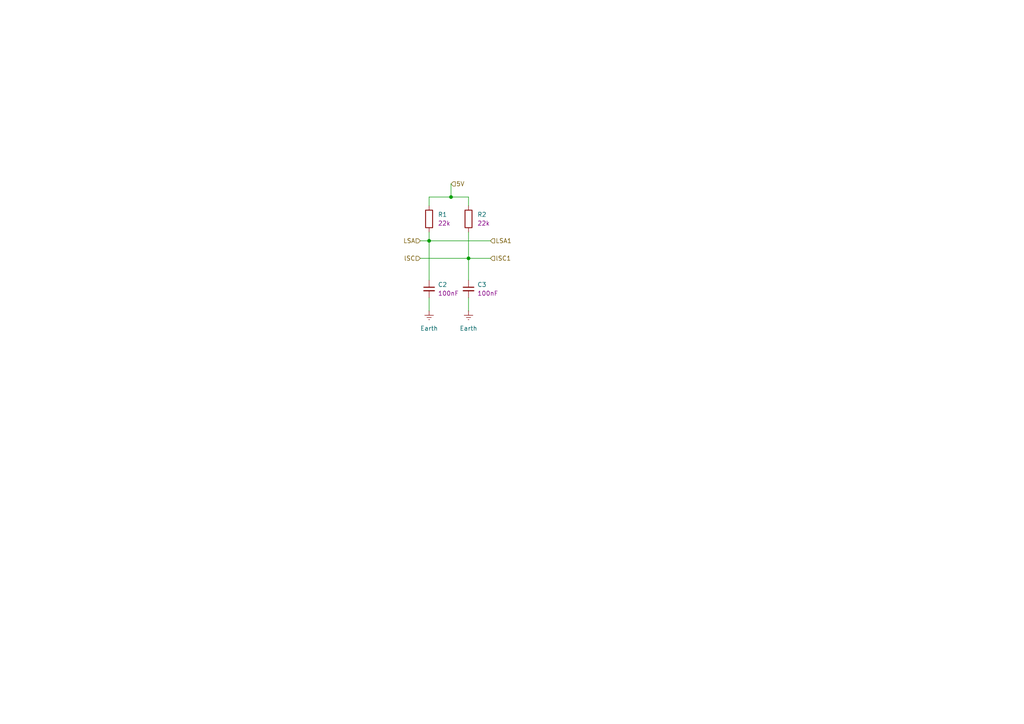
<source format=kicad_sch>
(kicad_sch
	(version 20250114)
	(generator "eeschema")
	(generator_version "9.0")
	(uuid "eb214585-a900-4ea1-a743-c6968d8c97db")
	(paper "A4")
	(lib_symbols
		(symbol "PCM_4ms_Capacitor:100nF_0603_16V"
			(pin_numbers
				(hide yes)
			)
			(pin_names
				(offset 0.254)
				(hide yes)
			)
			(exclude_from_sim no)
			(in_bom yes)
			(on_board yes)
			(property "Reference" "C"
				(at 1.905 1.27 0)
				(effects
					(font
						(size 1.27 1.27)
					)
					(justify left)
				)
			)
			(property "Value" "100nF_0603_16V"
				(at 0 3.81 0)
				(effects
					(font
						(size 1.27 1.27)
					)
					(hide yes)
				)
			)
			(property "Footprint" "4ms_Capacitor:C_0603"
				(at -2.54 -5.08 0)
				(effects
					(font
						(size 1.27 1.27)
					)
					(justify left)
					(hide yes)
				)
			)
			(property "Datasheet" ""
				(at 0 0 0)
				(effects
					(font
						(size 1.27 1.27)
					)
					(hide yes)
				)
			)
			(property "Description" "0.1uF, Min. 16V 10%, X7R or X5R or similar"
				(at 0 0 0)
				(effects
					(font
						(size 1.27 1.27)
					)
					(hide yes)
				)
			)
			(property "Specifications" "0.1uF, Min. 16V 10%, X7R or X5R or similar"
				(at -2.54 -7.874 0)
				(effects
					(font
						(size 1.27 1.27)
					)
					(justify left)
					(hide yes)
				)
			)
			(property "Manufacturer" "AVX Corporation"
				(at -2.54 -9.398 0)
				(effects
					(font
						(size 1.27 1.27)
					)
					(justify left)
					(hide yes)
				)
			)
			(property "Part Number" "0603YC104KAT2A"
				(at -2.54 -10.922 0)
				(effects
					(font
						(size 1.27 1.27)
					)
					(justify left)
					(hide yes)
				)
			)
			(property "Display" "0.1uF"
				(at 1.905 -1.27 0)
				(effects
					(font
						(size 1.27 1.27)
					)
					(justify left)
				)
			)
			(property "JLCPCB ID" "C14663"
				(at 1.27 -12.7 0)
				(effects
					(font
						(size 1.27 1.27)
					)
					(hide yes)
				)
			)
			(property "ki_keywords" "100nF_0603_16V"
				(at 0 0 0)
				(effects
					(font
						(size 1.27 1.27)
					)
					(hide yes)
				)
			)
			(property "ki_fp_filters" "C_*"
				(at 0 0 0)
				(effects
					(font
						(size 1.27 1.27)
					)
					(hide yes)
				)
			)
			(symbol "100nF_0603_16V_0_1"
				(polyline
					(pts
						(xy -1.524 0.508) (xy 1.524 0.508)
					)
					(stroke
						(width 0.3048)
						(type default)
					)
					(fill
						(type none)
					)
				)
				(polyline
					(pts
						(xy -1.524 -0.508) (xy 1.524 -0.508)
					)
					(stroke
						(width 0.3302)
						(type default)
					)
					(fill
						(type none)
					)
				)
			)
			(symbol "100nF_0603_16V_1_1"
				(pin passive line
					(at 0 2.54 270)
					(length 2.032)
					(name "~"
						(effects
							(font
								(size 1.27 1.27)
							)
						)
					)
					(number "1"
						(effects
							(font
								(size 1.27 1.27)
							)
						)
					)
				)
				(pin passive line
					(at 0 -2.54 90)
					(length 2.032)
					(name "~"
						(effects
							(font
								(size 1.27 1.27)
							)
						)
					)
					(number "2"
						(effects
							(font
								(size 1.27 1.27)
							)
						)
					)
				)
			)
			(embedded_fonts no)
		)
		(symbol "PCM_4ms_Resistor:22k_0603"
			(pin_numbers
				(hide yes)
			)
			(pin_names
				(offset 0)
			)
			(exclude_from_sim no)
			(in_bom yes)
			(on_board yes)
			(property "Reference" "R"
				(at 2.032 0 90)
				(effects
					(font
						(size 1.27 1.27)
					)
				)
			)
			(property "Value" "22k_0603"
				(at -2.54 0 90)
				(effects
					(font
						(size 1.27 1.27)
					)
					(hide yes)
				)
			)
			(property "Footprint" "4ms_Resistor:R_0603"
				(at -2.54 -12.7 0)
				(effects
					(font
						(size 1.27 1.27)
					)
					(justify left)
					(hide yes)
				)
			)
			(property "Datasheet" ""
				(at 0 0 0)
				(effects
					(font
						(size 1.27 1.27)
					)
					(hide yes)
				)
			)
			(property "Description" "22K, 1%, 1/10W, 0603"
				(at 0 0 0)
				(effects
					(font
						(size 1.27 1.27)
					)
					(hide yes)
				)
			)
			(property "Specifications" "22K, 1%, 1/10W, 0603"
				(at -2.54 -7.874 0)
				(effects
					(font
						(size 1.27 1.27)
					)
					(justify left)
					(hide yes)
				)
			)
			(property "Manufacturer" "Yageo"
				(at -2.54 -9.398 0)
				(effects
					(font
						(size 1.27 1.27)
					)
					(justify left)
					(hide yes)
				)
			)
			(property "Part Number" "RC0603FR-0722KL"
				(at -2.54 -10.922 0)
				(effects
					(font
						(size 1.27 1.27)
					)
					(justify left)
					(hide yes)
				)
			)
			(property "Display" "22k"
				(at 3.81 0 90)
				(effects
					(font
						(size 1.27 1.27)
					)
				)
			)
			(property "JLCPCB ID" "C31850"
				(at 3.81 0 90)
				(effects
					(font
						(size 1.27 1.27)
					)
					(hide yes)
				)
			)
			(property "ki_keywords" "22k_0603"
				(at 0 0 0)
				(effects
					(font
						(size 1.27 1.27)
					)
					(hide yes)
				)
			)
			(property "ki_fp_filters" "R_* R_*"
				(at 0 0 0)
				(effects
					(font
						(size 1.27 1.27)
					)
					(hide yes)
				)
			)
			(symbol "22k_0603_0_1"
				(rectangle
					(start -1.016 -2.54)
					(end 1.016 2.54)
					(stroke
						(width 0.254)
						(type default)
					)
					(fill
						(type none)
					)
				)
			)
			(symbol "22k_0603_1_1"
				(pin passive line
					(at 0 3.81 270)
					(length 1.27)
					(name "~"
						(effects
							(font
								(size 1.27 1.27)
							)
						)
					)
					(number "1"
						(effects
							(font
								(size 1.27 1.27)
							)
						)
					)
				)
				(pin passive line
					(at 0 -3.81 90)
					(length 1.27)
					(name "~"
						(effects
							(font
								(size 1.27 1.27)
							)
						)
					)
					(number "2"
						(effects
							(font
								(size 1.27 1.27)
							)
						)
					)
				)
			)
			(embedded_fonts no)
		)
		(symbol "power:Earth"
			(power)
			(pin_numbers
				(hide yes)
			)
			(pin_names
				(offset 0)
				(hide yes)
			)
			(exclude_from_sim no)
			(in_bom yes)
			(on_board yes)
			(property "Reference" "#PWR"
				(at 0 -6.35 0)
				(effects
					(font
						(size 1.27 1.27)
					)
					(hide yes)
				)
			)
			(property "Value" "Earth"
				(at 0 -3.81 0)
				(effects
					(font
						(size 1.27 1.27)
					)
				)
			)
			(property "Footprint" ""
				(at 0 0 0)
				(effects
					(font
						(size 1.27 1.27)
					)
					(hide yes)
				)
			)
			(property "Datasheet" "~"
				(at 0 0 0)
				(effects
					(font
						(size 1.27 1.27)
					)
					(hide yes)
				)
			)
			(property "Description" "Power symbol creates a global label with name \"Earth\""
				(at 0 0 0)
				(effects
					(font
						(size 1.27 1.27)
					)
					(hide yes)
				)
			)
			(property "ki_keywords" "global ground gnd"
				(at 0 0 0)
				(effects
					(font
						(size 1.27 1.27)
					)
					(hide yes)
				)
			)
			(symbol "Earth_0_1"
				(polyline
					(pts
						(xy -0.635 -1.905) (xy 0.635 -1.905)
					)
					(stroke
						(width 0)
						(type default)
					)
					(fill
						(type none)
					)
				)
				(polyline
					(pts
						(xy -0.127 -2.54) (xy 0.127 -2.54)
					)
					(stroke
						(width 0)
						(type default)
					)
					(fill
						(type none)
					)
				)
				(polyline
					(pts
						(xy 0 -1.27) (xy 0 0)
					)
					(stroke
						(width 0)
						(type default)
					)
					(fill
						(type none)
					)
				)
				(polyline
					(pts
						(xy 1.27 -1.27) (xy -1.27 -1.27)
					)
					(stroke
						(width 0)
						(type default)
					)
					(fill
						(type none)
					)
				)
			)
			(symbol "Earth_1_1"
				(pin power_in line
					(at 0 0 270)
					(length 0)
					(name "~"
						(effects
							(font
								(size 1.27 1.27)
							)
						)
					)
					(number "1"
						(effects
							(font
								(size 1.27 1.27)
							)
						)
					)
				)
			)
			(embedded_fonts no)
		)
	)
	(junction
		(at 130.81 57.15)
		(diameter 0)
		(color 0 0 0 0)
		(uuid "7f0d8ed3-2795-4cbb-83b0-eca8f9172d8f")
	)
	(junction
		(at 135.89 74.93)
		(diameter 0)
		(color 0 0 0 0)
		(uuid "ad62a60d-4aa4-4fc5-84f2-4114214244b1")
	)
	(junction
		(at 124.46 69.85)
		(diameter 0)
		(color 0 0 0 0)
		(uuid "c801b1c9-75eb-4b28-909d-d7887c9febb6")
	)
	(wire
		(pts
			(xy 124.46 57.15) (xy 124.46 59.69)
		)
		(stroke
			(width 0)
			(type default)
		)
		(uuid "052929d6-6a85-4925-ad57-02e187f9eab0")
	)
	(wire
		(pts
			(xy 130.81 53.34) (xy 130.81 57.15)
		)
		(stroke
			(width 0)
			(type default)
		)
		(uuid "0769f410-a9f6-4ee2-bbe6-fce49d4dce30")
	)
	(wire
		(pts
			(xy 124.46 69.85) (xy 142.24 69.85)
		)
		(stroke
			(width 0)
			(type default)
		)
		(uuid "0d21ec34-0de5-4675-bb81-5cfe2778e8ee")
	)
	(wire
		(pts
			(xy 124.46 69.85) (xy 124.46 81.28)
		)
		(stroke
			(width 0)
			(type default)
		)
		(uuid "12daf4d5-4a52-4f31-9a08-1ef8433d978b")
	)
	(wire
		(pts
			(xy 135.89 74.93) (xy 135.89 81.28)
		)
		(stroke
			(width 0)
			(type default)
		)
		(uuid "1f27ea8a-456a-4930-a3c8-956018e6aa88")
	)
	(wire
		(pts
			(xy 124.46 57.15) (xy 130.81 57.15)
		)
		(stroke
			(width 0)
			(type default)
		)
		(uuid "3e6bb210-d170-4b32-8ab8-948d3a1bfcd6")
	)
	(wire
		(pts
			(xy 135.89 74.93) (xy 121.92 74.93)
		)
		(stroke
			(width 0)
			(type default)
		)
		(uuid "5b393215-a966-4a0b-92cd-bff97392d60f")
	)
	(wire
		(pts
			(xy 130.81 57.15) (xy 135.89 57.15)
		)
		(stroke
			(width 0)
			(type default)
		)
		(uuid "61e21ede-9e48-4a22-aaae-2b38ab103308")
	)
	(wire
		(pts
			(xy 124.46 69.85) (xy 124.46 67.31)
		)
		(stroke
			(width 0)
			(type default)
		)
		(uuid "62bd9a8a-c0e7-4ab2-aa17-4c1dae8567ae")
	)
	(wire
		(pts
			(xy 135.89 86.36) (xy 135.89 90.17)
		)
		(stroke
			(width 0)
			(type default)
		)
		(uuid "7cdf15a5-c960-4957-84d2-452eeb0b4107")
	)
	(wire
		(pts
			(xy 135.89 74.93) (xy 142.24 74.93)
		)
		(stroke
			(width 0)
			(type default)
		)
		(uuid "a5f70856-0320-40cd-922b-3e8f2cd5969c")
	)
	(wire
		(pts
			(xy 135.89 57.15) (xy 135.89 59.69)
		)
		(stroke
			(width 0)
			(type default)
		)
		(uuid "bb337cc6-94ae-4236-b65d-31cfaebed405")
	)
	(wire
		(pts
			(xy 135.89 67.31) (xy 135.89 74.93)
		)
		(stroke
			(width 0)
			(type default)
		)
		(uuid "cfe4feca-2584-4794-af76-ac19f8d169a4")
	)
	(wire
		(pts
			(xy 124.46 86.36) (xy 124.46 90.17)
		)
		(stroke
			(width 0)
			(type default)
		)
		(uuid "f34f5c47-3c8a-44b5-a81e-8a70bae08f7e")
	)
	(wire
		(pts
			(xy 121.92 69.85) (xy 124.46 69.85)
		)
		(stroke
			(width 0)
			(type default)
		)
		(uuid "ffaafe7d-000f-43ab-8f8e-97e94619fb95")
	)
	(hierarchical_label "lSC"
		(shape input)
		(at 121.92 74.93 180)
		(effects
			(font
				(size 1.27 1.27)
			)
			(justify right)
		)
		(uuid "1d18a22d-4183-4f91-8296-0b7b9c00a2c1")
	)
	(hierarchical_label "LSA"
		(shape input)
		(at 121.92 69.85 180)
		(effects
			(font
				(size 1.27 1.27)
			)
			(justify right)
		)
		(uuid "37697a94-c15d-4dd4-922b-ba6a42588e0a")
	)
	(hierarchical_label "5V"
		(shape input)
		(at 130.81 53.34 0)
		(effects
			(font
				(size 1.27 1.27)
			)
			(justify left)
		)
		(uuid "648a1725-90d7-4073-a151-ca16ceea1909")
	)
	(hierarchical_label "LSA1"
		(shape input)
		(at 142.24 69.85 0)
		(effects
			(font
				(size 1.27 1.27)
			)
			(justify left)
		)
		(uuid "ab3d0648-32f9-403e-94d5-61a08e9c3ac9")
	)
	(hierarchical_label "lSC1"
		(shape input)
		(at 142.24 74.93 0)
		(effects
			(font
				(size 1.27 1.27)
			)
			(justify left)
		)
		(uuid "dc749ccb-23b2-4b34-a653-b5d4a4230b8f")
	)
	(symbol
		(lib_id "PCM_4ms_Resistor:22k_0603")
		(at 135.89 63.5 180)
		(unit 1)
		(exclude_from_sim no)
		(in_bom yes)
		(on_board yes)
		(dnp no)
		(fields_autoplaced yes)
		(uuid "0064a4a0-4834-403c-9f25-467f635f0cb4")
		(property "Reference" "R2"
			(at 138.43 62.2299 0)
			(effects
				(font
					(size 1.27 1.27)
				)
				(justify right)
			)
		)
		(property "Value" "22k_0603"
			(at 138.43 63.5 90)
			(effects
				(font
					(size 1.27 1.27)
				)
				(hide yes)
			)
		)
		(property "Footprint" "PCM_4ms_Resistor:R_0603"
			(at 138.43 50.8 0)
			(effects
				(font
					(size 1.27 1.27)
				)
				(justify left)
				(hide yes)
			)
		)
		(property "Datasheet" ""
			(at 135.89 63.5 0)
			(effects
				(font
					(size 1.27 1.27)
				)
				(hide yes)
			)
		)
		(property "Description" "22K, 1%, 1/10W, 0603"
			(at 135.89 63.5 0)
			(effects
				(font
					(size 1.27 1.27)
				)
				(hide yes)
			)
		)
		(property "Specifications" "22K, 1%, 1/10W, 0603"
			(at 138.43 55.626 0)
			(effects
				(font
					(size 1.27 1.27)
				)
				(justify left)
				(hide yes)
			)
		)
		(property "Manufacturer" "Yageo"
			(at 138.43 54.102 0)
			(effects
				(font
					(size 1.27 1.27)
				)
				(justify left)
				(hide yes)
			)
		)
		(property "Part Number" "RC0603FR-0722KL"
			(at 138.43 52.578 0)
			(effects
				(font
					(size 1.27 1.27)
				)
				(justify left)
				(hide yes)
			)
		)
		(property "Display" "22k"
			(at 138.43 64.7699 0)
			(effects
				(font
					(size 1.27 1.27)
				)
				(justify right)
			)
		)
		(property "JLCPCB ID" "C31850"
			(at 132.08 63.5 90)
			(effects
				(font
					(size 1.27 1.27)
				)
				(hide yes)
			)
		)
		(pin "1"
			(uuid "158420e0-8850-4941-960b-f4fe103e7f70")
		)
		(pin "2"
			(uuid "8fcc2e75-9666-4874-b9d8-9dd179778ddc")
		)
		(instances
			(project "Pro"
				(path "/3d75f2ac-ff42-44dc-9858-71c9585bfb68/8cec64a4-8f4e-425a-930a-28a9426475d7/98ffe312-2038-4ae4-9d6c-093e2e70c2d3"
					(reference "R2")
					(unit 1)
				)
			)
		)
	)
	(symbol
		(lib_id "PCM_4ms_Resistor:22k_0603")
		(at 124.46 63.5 0)
		(unit 1)
		(exclude_from_sim no)
		(in_bom yes)
		(on_board yes)
		(dnp no)
		(fields_autoplaced yes)
		(uuid "26c2c9a3-5ab5-4708-85f0-3f547d715dc7")
		(property "Reference" "R1"
			(at 127 62.2299 0)
			(effects
				(font
					(size 1.27 1.27)
				)
				(justify left)
			)
		)
		(property "Value" "22k_0603"
			(at 121.92 63.5 90)
			(effects
				(font
					(size 1.27 1.27)
				)
				(hide yes)
			)
		)
		(property "Footprint" "PCM_4ms_Resistor:R_0603"
			(at 121.92 76.2 0)
			(effects
				(font
					(size 1.27 1.27)
				)
				(justify left)
				(hide yes)
			)
		)
		(property "Datasheet" ""
			(at 124.46 63.5 0)
			(effects
				(font
					(size 1.27 1.27)
				)
				(hide yes)
			)
		)
		(property "Description" "22K, 1%, 1/10W, 0603"
			(at 124.46 63.5 0)
			(effects
				(font
					(size 1.27 1.27)
				)
				(hide yes)
			)
		)
		(property "Specifications" "22K, 1%, 1/10W, 0603"
			(at 121.92 71.374 0)
			(effects
				(font
					(size 1.27 1.27)
				)
				(justify left)
				(hide yes)
			)
		)
		(property "Manufacturer" "Yageo"
			(at 121.92 72.898 0)
			(effects
				(font
					(size 1.27 1.27)
				)
				(justify left)
				(hide yes)
			)
		)
		(property "Part Number" "RC0603FR-0722KL"
			(at 121.92 74.422 0)
			(effects
				(font
					(size 1.27 1.27)
				)
				(justify left)
				(hide yes)
			)
		)
		(property "Display" "22k"
			(at 127 64.7699 0)
			(effects
				(font
					(size 1.27 1.27)
				)
				(justify left)
			)
		)
		(property "JLCPCB ID" "C31850"
			(at 128.27 63.5 90)
			(effects
				(font
					(size 1.27 1.27)
				)
				(hide yes)
			)
		)
		(pin "1"
			(uuid "4d6bdb39-011a-4cd0-9ead-e83e7c463210")
		)
		(pin "2"
			(uuid "522e5b8f-9cd4-44bc-9002-5c8ecd747c88")
		)
		(instances
			(project "Pro"
				(path "/3d75f2ac-ff42-44dc-9858-71c9585bfb68/8cec64a4-8f4e-425a-930a-28a9426475d7/98ffe312-2038-4ae4-9d6c-093e2e70c2d3"
					(reference "R1")
					(unit 1)
				)
			)
		)
	)
	(symbol
		(lib_id "power:Earth")
		(at 135.89 90.17 0)
		(unit 1)
		(exclude_from_sim no)
		(in_bom yes)
		(on_board yes)
		(dnp no)
		(fields_autoplaced yes)
		(uuid "46c14e9d-1942-4b48-a169-7328f2d8cb8a")
		(property "Reference" "#PWR014"
			(at 135.89 96.52 0)
			(effects
				(font
					(size 1.27 1.27)
				)
				(hide yes)
			)
		)
		(property "Value" "Earth"
			(at 135.89 95.25 0)
			(effects
				(font
					(size 1.27 1.27)
				)
			)
		)
		(property "Footprint" ""
			(at 135.89 90.17 0)
			(effects
				(font
					(size 1.27 1.27)
				)
				(hide yes)
			)
		)
		(property "Datasheet" "~"
			(at 135.89 90.17 0)
			(effects
				(font
					(size 1.27 1.27)
				)
				(hide yes)
			)
		)
		(property "Description" "Power symbol creates a global label with name \"Earth\""
			(at 135.89 90.17 0)
			(effects
				(font
					(size 1.27 1.27)
				)
				(hide yes)
			)
		)
		(pin "1"
			(uuid "d9cfaa96-c057-4478-859b-a12835349006")
		)
		(instances
			(project "Pro"
				(path "/3d75f2ac-ff42-44dc-9858-71c9585bfb68/8cec64a4-8f4e-425a-930a-28a9426475d7/98ffe312-2038-4ae4-9d6c-093e2e70c2d3"
					(reference "#PWR014")
					(unit 1)
				)
			)
		)
	)
	(symbol
		(lib_id "PCM_4ms_Capacitor:100nF_0603_16V")
		(at 124.46 83.82 0)
		(unit 1)
		(exclude_from_sim no)
		(in_bom yes)
		(on_board yes)
		(dnp no)
		(fields_autoplaced yes)
		(uuid "4b5a5183-4b0a-4376-8e33-d98a621de1ba")
		(property "Reference" "C2"
			(at 127 82.5562 0)
			(effects
				(font
					(size 1.27 1.27)
				)
				(justify left)
			)
		)
		(property "Value" "100nF_0603_16V"
			(at 124.46 80.01 0)
			(effects
				(font
					(size 1.27 1.27)
				)
				(hide yes)
			)
		)
		(property "Footprint" "PCM_4ms_Capacitor:C_0603"
			(at 121.92 88.9 0)
			(effects
				(font
					(size 1.27 1.27)
				)
				(justify left)
				(hide yes)
			)
		)
		(property "Datasheet" ""
			(at 124.46 83.82 0)
			(effects
				(font
					(size 1.27 1.27)
				)
				(hide yes)
			)
		)
		(property "Description" "0.1uF, Min. 16V 10%, X7R or X5R or similar"
			(at 124.46 83.82 0)
			(effects
				(font
					(size 1.27 1.27)
				)
				(hide yes)
			)
		)
		(property "Specifications" "0.1uF, Min. 16V 10%, X7R or X5R or similar"
			(at 121.92 91.694 0)
			(effects
				(font
					(size 1.27 1.27)
				)
				(justify left)
				(hide yes)
			)
		)
		(property "Manufacturer" "AVX Corporation"
			(at 121.92 93.218 0)
			(effects
				(font
					(size 1.27 1.27)
				)
				(justify left)
				(hide yes)
			)
		)
		(property "Part Number" "0603YC104KAT2A"
			(at 121.92 94.742 0)
			(effects
				(font
					(size 1.27 1.27)
				)
				(justify left)
				(hide yes)
			)
		)
		(property "Display" "100nF"
			(at 127 85.0962 0)
			(effects
				(font
					(size 1.27 1.27)
				)
				(justify left)
			)
		)
		(property "JLCPCB ID" "C14663"
			(at 125.73 96.52 0)
			(effects
				(font
					(size 1.27 1.27)
				)
				(hide yes)
			)
		)
		(pin "1"
			(uuid "9c6275b8-a54d-4dad-b786-7842266f178e")
		)
		(pin "2"
			(uuid "73bdff94-8a43-4a78-ae5e-dd647acfad93")
		)
		(instances
			(project "Pro"
				(path "/3d75f2ac-ff42-44dc-9858-71c9585bfb68/8cec64a4-8f4e-425a-930a-28a9426475d7/98ffe312-2038-4ae4-9d6c-093e2e70c2d3"
					(reference "C2")
					(unit 1)
				)
			)
		)
	)
	(symbol
		(lib_id "power:Earth")
		(at 124.46 90.17 0)
		(unit 1)
		(exclude_from_sim no)
		(in_bom yes)
		(on_board yes)
		(dnp no)
		(fields_autoplaced yes)
		(uuid "9573bbaa-3967-4473-82a2-52250d02032c")
		(property "Reference" "#PWR09"
			(at 124.46 96.52 0)
			(effects
				(font
					(size 1.27 1.27)
				)
				(hide yes)
			)
		)
		(property "Value" "Earth"
			(at 124.46 95.25 0)
			(effects
				(font
					(size 1.27 1.27)
				)
			)
		)
		(property "Footprint" ""
			(at 124.46 90.17 0)
			(effects
				(font
					(size 1.27 1.27)
				)
				(hide yes)
			)
		)
		(property "Datasheet" "~"
			(at 124.46 90.17 0)
			(effects
				(font
					(size 1.27 1.27)
				)
				(hide yes)
			)
		)
		(property "Description" "Power symbol creates a global label with name \"Earth\""
			(at 124.46 90.17 0)
			(effects
				(font
					(size 1.27 1.27)
				)
				(hide yes)
			)
		)
		(pin "1"
			(uuid "8f47032a-3630-40bc-8152-3382ccc9a1ab")
		)
		(instances
			(project "Pro"
				(path "/3d75f2ac-ff42-44dc-9858-71c9585bfb68/8cec64a4-8f4e-425a-930a-28a9426475d7/98ffe312-2038-4ae4-9d6c-093e2e70c2d3"
					(reference "#PWR09")
					(unit 1)
				)
			)
		)
	)
	(symbol
		(lib_id "PCM_4ms_Capacitor:100nF_0603_16V")
		(at 135.89 83.82 0)
		(unit 1)
		(exclude_from_sim no)
		(in_bom yes)
		(on_board yes)
		(dnp no)
		(fields_autoplaced yes)
		(uuid "b1ef12e5-1d34-45cd-8abf-4de06d3c89a1")
		(property "Reference" "C3"
			(at 138.43 82.5562 0)
			(effects
				(font
					(size 1.27 1.27)
				)
				(justify left)
			)
		)
		(property "Value" "100nF_0603_16V"
			(at 135.89 80.01 0)
			(effects
				(font
					(size 1.27 1.27)
				)
				(hide yes)
			)
		)
		(property "Footprint" "PCM_4ms_Capacitor:C_0603"
			(at 133.35 88.9 0)
			(effects
				(font
					(size 1.27 1.27)
				)
				(justify left)
				(hide yes)
			)
		)
		(property "Datasheet" ""
			(at 135.89 83.82 0)
			(effects
				(font
					(size 1.27 1.27)
				)
				(hide yes)
			)
		)
		(property "Description" "0.1uF, Min. 16V 10%, X7R or X5R or similar"
			(at 135.89 83.82 0)
			(effects
				(font
					(size 1.27 1.27)
				)
				(hide yes)
			)
		)
		(property "Specifications" "0.1uF, Min. 16V 10%, X7R or X5R or similar"
			(at 133.35 91.694 0)
			(effects
				(font
					(size 1.27 1.27)
				)
				(justify left)
				(hide yes)
			)
		)
		(property "Manufacturer" "AVX Corporation"
			(at 133.35 93.218 0)
			(effects
				(font
					(size 1.27 1.27)
				)
				(justify left)
				(hide yes)
			)
		)
		(property "Part Number" "0603YC104KAT2A"
			(at 133.35 94.742 0)
			(effects
				(font
					(size 1.27 1.27)
				)
				(justify left)
				(hide yes)
			)
		)
		(property "Display" "100nF"
			(at 138.43 85.0962 0)
			(effects
				(font
					(size 1.27 1.27)
				)
				(justify left)
			)
		)
		(property "JLCPCB ID" "C14663"
			(at 137.16 96.52 0)
			(effects
				(font
					(size 1.27 1.27)
				)
				(hide yes)
			)
		)
		(pin "1"
			(uuid "37f70456-1594-437a-95d8-abe144fc0846")
		)
		(pin "2"
			(uuid "a450581f-2c70-4f69-9efb-0c7dac4ac322")
		)
		(instances
			(project "Pro"
				(path "/3d75f2ac-ff42-44dc-9858-71c9585bfb68/8cec64a4-8f4e-425a-930a-28a9426475d7/98ffe312-2038-4ae4-9d6c-093e2e70c2d3"
					(reference "C3")
					(unit 1)
				)
			)
		)
	)
)

</source>
